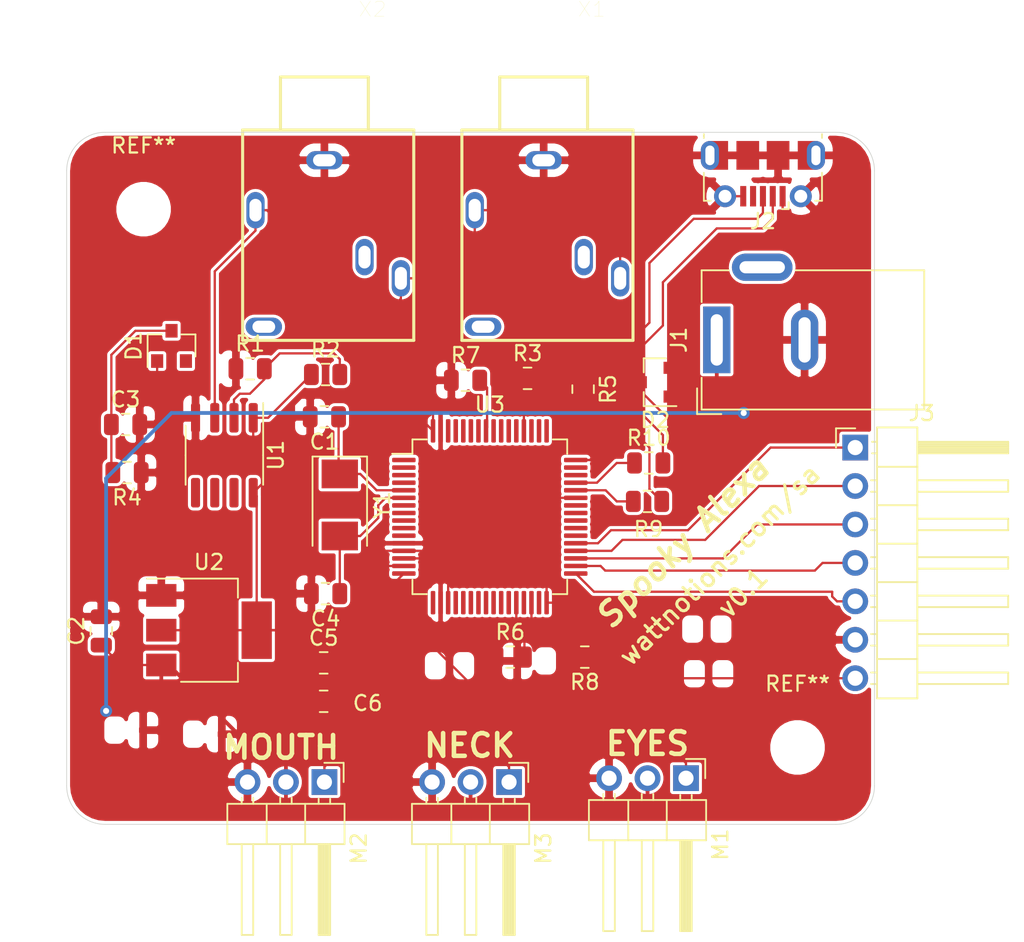
<source format=kicad_pcb>
(kicad_pcb (version 20171130) (host pcbnew "(5.1.5)-3")
  (layers (0 F.Cu signal) (31 B.Cu signal) (34 B.Paste user) (35 F.Paste user) (36 B.SilkS user) (37 F.SilkS user) (38 B.Mask user) (39 F.Mask user) (44 Edge.Cuts user))
  (net 0 "")
  (net 1 GND)
  (net 2 "Net-(C1-Pad1)")
  (net 3 +5V)
  (net 4 /ADC_0)
  (net 5 "Net-(C4-Pad1)")
  (net 6 +3V3)
  (net 7 "Net-(D1-Pad1)")
  (net 8 "Net-(D1-Pad2)")
  (net 9 "Net-(J2-Pad2)")
  (net 10 "Net-(J2-Pad4)")
  (net 11 "Net-(J2-Pad3)")
  (net 12 /EYES_SERVO)
  (net 13 /MOUTH_SERVO)
  (net 14 /NECK_SERVO)
  (net 15 "Net-(R1-Pad2)")
  (net 16 "Net-(R3-Pad2)")
  (net 17 "Net-(R5-Pad2)")
  (net 18 "Net-(R6-Pad2)")
  (net 19 "Net-(R7-Pad2)")
  (net 20 "Net-(R8-Pad2)")
  (net 21 /PA11_DM)
  (net 22 /PA12_DP)
  (net 23 "Net-(U1-Pad3)")
  (net 24 "Net-(U3-Pad1)")
  (net 25 "Net-(U3-Pad2)")
  (net 26 "Net-(U3-Pad3)")
  (net 27 "Net-(U3-Pad4)")
  (net 28 "Net-(U3-Pad7)")
  (net 29 "Net-(U3-Pad8)")
  (net 30 "Net-(U3-Pad9)")
  (net 31 "Net-(U3-Pad10)")
  (net 32 "Net-(U3-Pad11)")
  (net 33 "Net-(U3-Pad17)")
  (net 34 "Net-(U3-Pad20)")
  (net 35 "Net-(U3-Pad21)")
  (net 36 "Net-(U3-Pad22)")
  (net 37 "Net-(U3-Pad23)")
  (net 38 "Net-(U3-Pad24)")
  (net 39 "Net-(U3-Pad25)")
  (net 40 "Net-(U3-Pad26)")
  (net 41 "Net-(U3-Pad27)")
  (net 42 "Net-(U3-Pad29)")
  (net 43 "Net-(U3-Pad31)")
  (net 44 "Net-(U3-Pad46)")
  (net 45 "Net-(U3-Pad47)")
  (net 46 "Net-(U3-Pad49)")
  (net 47 "Net-(U3-Pad50)")
  (net 48 "Net-(U3-Pad51)")
  (net 49 "Net-(U3-Pad53)")
  (net 50 "Net-(U3-Pad54)")
  (net 51 "Net-(U3-Pad55)")
  (net 52 "Net-(U3-Pad56)")
  (net 53 "Net-(U3-Pad58)")
  (net 54 "Net-(U3-Pad59)")
  (net 55 "Net-(U3-Pad60)")
  (net 56 "Net-(U3-Pad61)")
  (net 57 "Net-(U3-Pad62)")
  (net 58 "Net-(X1-Pad4)")
  (net 59 "Net-(X1-Pad5)")
  (net 60 "Net-(X2-Pad5)")
  (net 61 "Net-(X2-Pad4)")
  (net 62 /33_BO)
  (net 63 /34_BO)
  (net 64 /35_BO)
  (net 65 /36_BO)
  (net 66 /37_BO)
  (net 67 /38_BO)
  (net 68 /39_BO)
  (net 69 /40_BO)
  (net 70 /41_BO)
  (net 71 /42_BO)
  (net 72 "Net-(D2-Pad1)")
  (net 73 "Net-(D2-Pad2)")
  (module MountingHole:MountingHole_3.2mm_M3 (layer F.Cu) (at 101.6 73.66)
    (fp_text reference REF** (at 0 -4.2) (layer F.SilkS))
    (fp_text value MountingHole_3.2mm_M3)
    (pad 1 np_thru_hole circle (at 0 0) (size 3.2 3.2) (drill 3.2) (layers *.Cu *.Mask))
  )
  (module MountingHole:MountingHole_3.2mm_M3 (layer F.Cu) (at 144.78 109.22)
    (fp_text reference REF** (at 0 -4.2) (layer F.SilkS))
    (fp_text value MountingHole_3.2mm_M3)
    (pad 1 np_thru_hole circle (at 0 0) (size 3.2 3.2) (drill 3.2) (layers *.Cu *.Mask))
  )
  (module Capacitor_SMD:C_0805_2012Metric (layer F.Cu) (at 113.538 87.376 180)
    (fp_text reference C1 (at 0 -1.65) (layer F.SilkS))
    (fp_text value 18pf)
    (pad 2 smd roundrect (at 0.9375 0 180) (size 0.975 1.4) (layers F.Cu F.Paste F.Mask) (net 1 GND))
    (pad 1 smd roundrect (at -0.9375 0 180) (size 0.975 1.4) (layers F.Cu F.Paste F.Mask) (net 2 "Net-(C1-Pad1)"))
  )
  (module Capacitor_SMD:C_0805_2012Metric (layer F.Cu) (at 98.806 101.5215 90)
    (fp_text reference C2 (at 0 -1.65 90) (layer F.SilkS))
    (fp_text value 10uF)
    (pad 1 smd roundrect (at -0.9375 0 90) (size 0.975 1.4) (layers F.Cu F.Paste F.Mask) (net 3 +5V))
    (pad 2 smd roundrect (at 0.9375 0 90) (size 0.975 1.4) (layers F.Cu F.Paste F.Mask) (net 1 GND))
  )
  (module Capacitor_SMD:C_0805_2012Metric (layer F.Cu) (at 100.4085 87.884)
    (fp_text reference C3 (at 0 -1.65) (layer F.SilkS))
    (fp_text value 47uF)
    (pad 2 smd roundrect (at 0.9375 0) (size 0.975 1.4) (layers F.Cu F.Paste F.Mask) (net 1 GND))
    (pad 1 smd roundrect (at -0.9375 0) (size 0.975 1.4) (layers F.Cu F.Paste F.Mask) (net 4 /ADC_0))
  )
  (module Capacitor_SMD:C_0805_2012Metric (layer F.Cu) (at 113.6165 99.06 180)
    (fp_text reference C4 (at 0 -1.65) (layer F.SilkS))
    (fp_text value 18pf)
    (pad 1 smd roundrect (at -0.9375 0 180) (size 0.975 1.4) (layers F.Cu F.Paste F.Mask) (net 5 "Net-(C4-Pad1)"))
    (pad 2 smd roundrect (at 0.9375 0 180) (size 0.975 1.4) (layers F.Cu F.Paste F.Mask) (net 1 GND))
  )
  (module Capacitor_SMD:C_0805_2012Metric (layer F.Cu) (at 113.4895 103.632)
    (fp_text reference C5 (at 0 -1.65) (layer F.SilkS))
    (fp_text value 4.7uF)
    (pad 2 smd roundrect (at 0.9375 0) (size 0.975 1.4) (layers F.Cu F.Paste F.Mask) (net 1 GND))
    (pad 1 smd roundrect (at -0.9375 0) (size 0.975 1.4) (layers F.Cu F.Paste F.Mask) (net 6 +3V3))
  )
  (module Capacitor_SMD:C_0805_2012Metric (layer F.Cu) (at 113.4895 106.172)
    (fp_text reference C6 (at 2.906 0.127) (layer F.SilkS))
    (fp_text value 100nF)
    (pad 1 smd roundrect (at -0.9375 0) (size 0.975 1.4) (layers F.Cu F.Paste F.Mask) (net 6 +3V3))
    (pad 2 smd roundrect (at 0.9375 0) (size 0.975 1.4) (layers F.Cu F.Paste F.Mask) (net 1 GND))
  )
  (module Package_TO_SOT_SMD:SOT-23 (layer F.Cu) (at 103.444 82.693 90)
    (fp_text reference D1 (at 0 -2.5 90) (layer F.SilkS))
    (fp_text value BAR43FILM)
    (pad 1 smd rect (at -1 -0.95 90) (size 0.9 0.8) (layers F.Cu F.Paste F.Mask) (net 7 "Net-(D1-Pad1)"))
    (pad 2 smd rect (at -1 0.95 90) (size 0.9 0.8) (layers F.Cu F.Paste F.Mask) (net 8 "Net-(D1-Pad2)"))
    (pad 3 smd rect (at 1 0 90) (size 0.9 0.8) (layers F.Cu F.Paste F.Mask) (net 4 /ADC_0))
  )
  (module Connector_BarrelJack:BarrelJack_Wuerth_6941xx301002 (layer F.Cu) (at 139.446 82.296 90)
    (fp_text reference J1 (at 0 -2.5 90) (layer F.SilkS))
    (fp_text value Jack-DC)
    (pad 3 thru_hole oval (at 4.8 3 180) (size 4 1.8) (drill oval 3 0.8) (layers *.Cu *.Mask))
    (pad 2 thru_hole oval (at 0 5.8 90) (size 4 1.8) (drill oval 3 0.8) (layers *.Cu *.Mask) (net 1 GND))
    (pad 1 thru_hole rect (at 0 0 90) (size 4.4 1.8) (drill oval 3.4 0.8) (layers *.Cu *.Mask) (net 3 +5V))
  )
  (module Connector_USB:USB_Micro-B_Molex-105017-0001 (layer F.Cu) (at 142.494 71.3415 180)
    (fp_text reference J2 (at 0 -3.1125) (layer F.SilkS))
    (fp_text value USB_B_Micro)
    (pad 6 smd rect (at 1 1.2375 180) (size 1.5 1.9) (layers F.Cu F.Paste F.Mask) (net 1 GND))
    (pad 6 thru_hole circle (at -2.5 -1.4625 180) (size 1.45 1.45) (drill 0.85) (layers *.Cu *.Mask) (net 1 GND))
    (pad 2 smd rect (at -0.65 -1.4625 180) (size 0.4 1.35) (layers F.Cu F.Paste F.Mask) (net 9 "Net-(J2-Pad2)"))
    (pad 1 smd rect (at -1.3 -1.4625 180) (size 0.4 1.35) (layers F.Cu F.Paste F.Mask) (net 72 "Net-(D2-Pad1)"))
    (pad 5 smd rect (at 1.3 -1.4625 180) (size 0.4 1.35) (layers F.Cu F.Paste F.Mask) (net 1 GND))
    (pad 4 smd rect (at 0.65 -1.4625 180) (size 0.4 1.35) (layers F.Cu F.Paste F.Mask) (net 10 "Net-(J2-Pad4)"))
    (pad 3 smd rect (at 0 -1.4625 180) (size 0.4 1.35) (layers F.Cu F.Paste F.Mask) (net 11 "Net-(J2-Pad3)"))
    (pad 6 thru_hole circle (at 2.5 -1.4625 180) (size 1.45 1.45) (drill 0.85) (layers *.Cu *.Mask) (net 1 GND))
    (pad 6 smd rect (at -1 1.2375 180) (size 1.5 1.9) (layers F.Cu F.Paste F.Mask) (net 1 GND))
    (pad 6 thru_hole oval (at -3.5 1.2375) (size 1.2 1.9) (drill oval 0.6 1.3) (layers *.Cu *.Mask) (net 1 GND))
    (pad 6 thru_hole oval (at 3.5 1.2375 180) (size 1.2 1.9) (drill oval 0.6 1.3) (layers *.Cu *.Mask) (net 1 GND))
    (pad 6 smd rect (at 2.9 1.2375 180) (size 1.2 1.9) (layers F.Cu F.Mask) (net 1 GND))
    (pad 6 smd rect (at -2.9 1.2375 180) (size 1.2 1.9) (layers F.Cu F.Mask) (net 1 GND))
  )
  (module Connector_PinHeader_2.54mm:PinHeader_1x03_P2.54mm_Horizontal (layer F.Cu) (at 137.414 111.252 270)
    (fp_text reference M1 (at 4.385 -2.27 90) (layer F.SilkS))
    (fp_text value Motor_Servo)
    (pad 1 thru_hole rect (at 0 0 270) (size 1.7 1.7) (drill 1) (layers *.Cu *.Mask) (net 12 /EYES_SERVO))
    (pad 2 thru_hole oval (at 0 2.54 270) (size 1.7 1.7) (drill 1) (layers *.Cu *.Mask) (net 3 +5V))
    (pad 3 thru_hole oval (at 0 5.08 270) (size 1.7 1.7) (drill 1) (layers *.Cu *.Mask) (net 1 GND))
  )
  (module Connector_PinHeader_2.54mm:PinHeader_1x03_P2.54mm_Horizontal (layer F.Cu) (at 113.538 111.506 270)
    (fp_text reference M2 (at 4.385 -2.27 90) (layer F.SilkS))
    (fp_text value Motor_Servo)
    (pad 1 thru_hole rect (at 0 0 270) (size 1.7 1.7) (drill 1) (layers *.Cu *.Mask) (net 13 /MOUTH_SERVO))
    (pad 2 thru_hole oval (at 0 2.54 270) (size 1.7 1.7) (drill 1) (layers *.Cu *.Mask) (net 3 +5V))
    (pad 3 thru_hole oval (at 0 5.08 270) (size 1.7 1.7) (drill 1) (layers *.Cu *.Mask) (net 1 GND))
  )
  (module Connector_PinHeader_2.54mm:PinHeader_1x03_P2.54mm_Horizontal (layer F.Cu) (at 125.73 111.506 270)
    (fp_text reference M3 (at 4.385 -2.27 90) (layer F.SilkS))
    (fp_text value Motor_Servo)
    (pad 3 thru_hole oval (at 0 5.08 270) (size 1.7 1.7) (drill 1) (layers *.Cu *.Mask) (net 1 GND))
    (pad 2 thru_hole oval (at 0 2.54 270) (size 1.7 1.7) (drill 1) (layers *.Cu *.Mask) (net 3 +5V))
    (pad 1 thru_hole rect (at 0 0 270) (size 1.7 1.7) (drill 1) (layers *.Cu *.Mask) (net 14 /NECK_SERVO))
  )
  (module Resistor_SMD:R_0805_2012Metric (layer F.Cu) (at 108.6335 84.201)
    (fp_text reference R1 (at 0 -1.65) (layer F.SilkS))
    (fp_text value 5k)
    (pad 2 smd roundrect (at 0.9375 0) (size 0.975 1.4) (layers F.Cu F.Paste F.Mask) (net 15 "Net-(R1-Pad2)"))
    (pad 1 smd roundrect (at -0.9375 0) (size 0.975 1.4) (layers F.Cu F.Paste F.Mask) (net 1 GND))
  )
  (module Resistor_SMD:R_0805_2012Metric (layer F.Cu) (at 113.6165 84.582)
    (fp_text reference R2 (at 0 -1.65) (layer F.SilkS))
    (fp_text value 25k)
    (pad 1 smd roundrect (at -0.9375 0) (size 0.975 1.4) (layers F.Cu F.Paste F.Mask) (net 7 "Net-(D1-Pad1)"))
    (pad 2 smd roundrect (at 0.9375 0) (size 0.975 1.4) (layers F.Cu F.Paste F.Mask) (net 15 "Net-(R1-Pad2)"))
  )
  (module Resistor_SMD:R_0805_2012Metric (layer F.Cu) (at 126.9515 84.836)
    (fp_text reference R3 (at 0 -1.65) (layer F.SilkS))
    (fp_text value 100k)
    (pad 1 smd roundrect (at -0.9375 0) (size 0.975 1.4) (layers F.Cu F.Paste F.Mask) (net 6 +3V3))
    (pad 2 smd roundrect (at 0.9375 0) (size 0.975 1.4) (layers F.Cu F.Paste F.Mask) (net 16 "Net-(R3-Pad2)"))
  )
  (module Resistor_SMD:R_0805_2012Metric (layer F.Cu) (at 100.5055 91.059 180)
    (fp_text reference R4 (at 0 -1.65) (layer F.SilkS))
    (fp_text value 3k)
    (pad 1 smd roundrect (at -0.9375 0 180) (size 0.975 1.4) (layers F.Cu F.Paste F.Mask) (net 1 GND))
    (pad 2 smd roundrect (at 0.9375 0 180) (size 0.975 1.4) (layers F.Cu F.Paste F.Mask) (net 4 /ADC_0))
  )
  (module Resistor_SMD:R_0805_2012Metric (layer F.Cu) (at 130.6195 85.5495 270)
    (fp_text reference R5 (at 0 -1.65 90) (layer F.SilkS))
    (fp_text value 100k)
    (pad 1 smd roundrect (at -0.9375 0 270) (size 0.975 1.4) (layers F.Cu F.Paste F.Mask) (net 6 +3V3))
    (pad 2 smd roundrect (at 0.9375 0 270) (size 0.975 1.4) (layers F.Cu F.Paste F.Mask) (net 17 "Net-(R5-Pad2)"))
  )
  (module Resistor_SMD:R_0805_2012Metric (layer F.Cu) (at 125.8085 103.251)
    (fp_text reference R6 (at 0 -1.65) (layer F.SilkS))
    (fp_text value 100k)
    (pad 2 smd roundrect (at 0.9375 0) (size 0.975 1.4) (layers F.Cu F.Paste F.Mask) (net 18 "Net-(R6-Pad2)"))
    (pad 1 smd roundrect (at -0.9375 0) (size 0.975 1.4) (layers F.Cu F.Paste F.Mask) (net 1 GND))
  )
  (module Resistor_SMD:R_0805_2012Metric (layer F.Cu) (at 122.8575 84.963)
    (fp_text reference R7 (at 0 -1.65) (layer F.SilkS))
    (fp_text value 100k)
    (pad 2 smd roundrect (at 0.9375 0) (size 0.975 1.4) (layers F.Cu F.Paste F.Mask) (net 19 "Net-(R7-Pad2)"))
    (pad 1 smd roundrect (at -0.9375 0) (size 0.975 1.4) (layers F.Cu F.Paste F.Mask) (net 1 GND))
  )
  (module Resistor_SMD:R_0805_2012Metric (layer F.Cu) (at 130.7315 103.251 180)
    (fp_text reference R8 (at 0 -1.65) (layer F.SilkS))
    (fp_text value 100k)
    (pad 2 smd roundrect (at 0.9375 0 180) (size 0.975 1.4) (layers F.Cu F.Paste F.Mask) (net 20 "Net-(R8-Pad2)"))
    (pad 1 smd roundrect (at -0.9375 0 180) (size 0.975 1.4) (layers F.Cu F.Paste F.Mask) (net 6 +3V3))
  )
  (module Resistor_SMD:R_0805_2012Metric (layer F.Cu) (at 134.874 92.964)
    (fp_text reference R9 (at 0.0635 1.8415) (layer F.SilkS))
    (fp_text value R_Small)
    (pad 2 smd roundrect (at 0.9375 0) (size 0.975 1.4) (layers F.Cu F.Paste F.Mask) (net 11 "Net-(J2-Pad3)"))
    (pad 1 smd roundrect (at -0.9375 0) (size 0.975 1.4) (layers F.Cu F.Paste F.Mask) (net 21 /PA11_DM))
  )
  (module Resistor_SMD:R_0805_2012Metric (layer F.Cu) (at 134.9525 90.424)
    (fp_text reference R10 (at 0 -1.65) (layer F.SilkS))
    (fp_text value R_Small)
    (pad 1 smd roundrect (at -0.9375 0) (size 0.975 1.4) (layers F.Cu F.Paste F.Mask) (net 22 /PA12_DP))
    (pad 2 smd roundrect (at 0.9375 0) (size 0.975 1.4) (layers F.Cu F.Paste F.Mask) (net 9 "Net-(J2-Pad2)"))
  )
  (module Package_SO:SOIC-8_3.9x4.9mm_P1.27mm (layer F.Cu) (at 106.934 89.916 270)
    (fp_text reference U1 (at 0 -3.4 90) (layer F.SilkS))
    (fp_text value TLV2372)
    (pad 1 smd roundrect (at -2.475 -1.905 270) (size 1.95 0.6) (layers F.Cu F.Paste F.Mask) (net 7 "Net-(D1-Pad1)"))
    (pad 2 smd roundrect (at -2.475 -0.635 270) (size 1.95 0.6) (layers F.Cu F.Paste F.Mask) (net 15 "Net-(R1-Pad2)"))
    (pad 3 smd roundrect (at -2.475 0.635 270) (size 1.95 0.6) (layers F.Cu F.Paste F.Mask) (net 23 "Net-(U1-Pad3)"))
    (pad 4 smd roundrect (at -2.475 1.905 270) (size 1.95 0.6) (layers F.Cu F.Paste F.Mask) (net 1 GND))
    (pad 5 smd roundrect (at 2.475 1.905 270) (size 1.95 0.6) (layers F.Cu F.Paste F.Mask))
    (pad 6 smd roundrect (at 2.475 0.635 270) (size 1.95 0.6) (layers F.Cu F.Paste F.Mask))
    (pad 7 smd roundrect (at 2.475 -0.635 270) (size 1.95 0.6) (layers F.Cu F.Paste F.Mask))
    (pad 8 smd roundrect (at 2.475 -1.905 270) (size 1.95 0.6) (layers F.Cu F.Paste F.Mask) (net 6 +3V3))
  )
  (module Package_TO_SOT_SMD:SOT-223-3_TabPin2 (layer F.Cu) (at 105.918 101.473)
    (fp_text reference U2 (at 0 -4.5) (layer F.SilkS))
    (fp_text value LM1117-3.3)
    (pad 2 smd rect (at 3.15 0) (size 2 3.8) (layers F.Cu F.Paste F.Mask) (net 6 +3V3))
    (pad 2 smd rect (at -3.15 0) (size 2 1.5) (layers F.Cu F.Paste F.Mask) (net 6 +3V3))
    (pad 3 smd rect (at -3.15 2.3) (size 2 1.5) (layers F.Cu F.Paste F.Mask) (net 3 +5V))
    (pad 1 smd rect (at -3.15 -2.3) (size 2 1.5) (layers F.Cu F.Paste F.Mask) (net 1 GND))
  )
  (module Package_QFP:LQFP-64_10x10mm_P0.5mm (layer F.Cu) (at 124.46 93.98)
    (fp_text reference U3 (at 0 -7.4) (layer F.SilkS))
    (fp_text value STM32F405RGTx)
    (pad 1 smd roundrect (at -5.675 -3.75) (size 1.55 0.3) (layers F.Cu F.Paste F.Mask) (net 24 "Net-(U3-Pad1)"))
    (pad 2 smd roundrect (at -5.675 -3.25) (size 1.55 0.3) (layers F.Cu F.Paste F.Mask) (net 25 "Net-(U3-Pad2)"))
    (pad 3 smd roundrect (at -5.675 -2.75) (size 1.55 0.3) (layers F.Cu F.Paste F.Mask) (net 26 "Net-(U3-Pad3)"))
    (pad 4 smd roundrect (at -5.675 -2.25) (size 1.55 0.3) (layers F.Cu F.Paste F.Mask) (net 27 "Net-(U3-Pad4)"))
    (pad 5 smd roundrect (at -5.675 -1.75) (size 1.55 0.3) (layers F.Cu F.Paste F.Mask) (net 2 "Net-(C1-Pad1)"))
    (pad 6 smd roundrect (at -5.675 -1.25) (size 1.55 0.3) (layers F.Cu F.Paste F.Mask) (net 5 "Net-(C4-Pad1)"))
    (pad 7 smd roundrect (at -5.675 -0.75) (size 1.55 0.3) (layers F.Cu F.Paste F.Mask) (net 28 "Net-(U3-Pad7)"))
    (pad 8 smd roundrect (at -5.675 -0.25) (size 1.55 0.3) (layers F.Cu F.Paste F.Mask) (net 29 "Net-(U3-Pad8)"))
    (pad 9 smd roundrect (at -5.675 0.25) (size 1.55 0.3) (layers F.Cu F.Paste F.Mask) (net 30 "Net-(U3-Pad9)"))
    (pad 10 smd roundrect (at -5.675 0.75) (size 1.55 0.3) (layers F.Cu F.Paste F.Mask) (net 31 "Net-(U3-Pad10)"))
    (pad 11 smd roundrect (at -5.675 1.25) (size 1.55 0.3) (layers F.Cu F.Paste F.Mask) (net 32 "Net-(U3-Pad11)"))
    (pad 12 smd roundrect (at -5.675 1.75) (size 1.55 0.3) (layers F.Cu F.Paste F.Mask) (net 1 GND))
    (pad 13 smd roundrect (at -5.675 2.25) (size 1.55 0.3) (layers F.Cu F.Paste F.Mask) (net 6 +3V3))
    (pad 14 smd roundrect (at -5.675 2.75) (size 1.55 0.3) (layers F.Cu F.Paste F.Mask) (net 12 /EYES_SERVO))
    (pad 15 smd roundrect (at -5.675 3.25) (size 1.55 0.3) (layers F.Cu F.Paste F.Mask) (net 13 /MOUTH_SERVO))
    (pad 16 smd roundrect (at -5.675 3.75) (size 1.55 0.3) (layers F.Cu F.Paste F.Mask) (net 14 /NECK_SERVO))
    (pad 17 smd roundrect (at -3.75 5.675) (size 0.3 1.55) (layers F.Cu F.Paste F.Mask) (net 33 "Net-(U3-Pad17)"))
    (pad 18 smd roundrect (at -3.25 5.675) (size 0.3 1.55) (layers F.Cu F.Paste F.Mask) (net 1 GND))
    (pad 19 smd roundrect (at -2.75 5.675) (size 0.3 1.55) (layers F.Cu F.Paste F.Mask) (net 6 +3V3))
    (pad 20 smd roundrect (at -2.25 5.675) (size 0.3 1.55) (layers F.Cu F.Paste F.Mask) (net 34 "Net-(U3-Pad20)"))
    (pad 21 smd roundrect (at -1.75 5.675) (size 0.3 1.55) (layers F.Cu F.Paste F.Mask) (net 35 "Net-(U3-Pad21)"))
    (pad 22 smd roundrect (at -1.25 5.675) (size 0.3 1.55) (layers F.Cu F.Paste F.Mask) (net 36 "Net-(U3-Pad22)"))
    (pad 23 smd roundrect (at -0.75 5.675) (size 0.3 1.55) (layers F.Cu F.Paste F.Mask) (net 37 "Net-(U3-Pad23)"))
    (pad 24 smd roundrect (at -0.25 5.675) (size 0.3 1.55) (layers F.Cu F.Paste F.Mask) (net 38 "Net-(U3-Pad24)"))
    (pad 25 smd roundrect (at 0.25 5.675) (size 0.3 1.55) (layers F.Cu F.Paste F.Mask) (net 39 "Net-(U3-Pad25)"))
    (pad 26 smd roundrect (at 0.75 5.675) (size 0.3 1.55) (layers F.Cu F.Paste F.Mask) (net 40 "Net-(U3-Pad26)"))
    (pad 27 smd roundrect (at 1.25 5.675) (size 0.3 1.55) (layers F.Cu F.Paste F.Mask) (net 41 "Net-(U3-Pad27)"))
    (pad 28 smd roundrect (at 1.75 5.675) (size 0.3 1.55) (layers F.Cu F.Paste F.Mask) (net 18 "Net-(R6-Pad2)"))
    (pad 29 smd roundrect (at 2.25 5.675) (size 0.3 1.55) (layers F.Cu F.Paste F.Mask) (net 42 "Net-(U3-Pad29)"))
    (pad 30 smd roundrect (at 2.75 5.675) (size 0.3 1.55) (layers F.Cu F.Paste F.Mask) (net 20 "Net-(R8-Pad2)"))
    (pad 31 smd roundrect (at 3.25 5.675) (size 0.3 1.55) (layers F.Cu F.Paste F.Mask) (net 43 "Net-(U3-Pad31)"))
    (pad 32 smd roundrect (at 3.75 5.675) (size 0.3 1.55) (layers F.Cu F.Paste F.Mask) (net 6 +3V3))
    (pad 33 smd roundrect (at 5.675 3.75) (size 1.55 0.3) (layers F.Cu F.Paste F.Mask) (net 62 /33_BO))
    (pad 34 smd roundrect (at 5.675 3.25) (size 1.55 0.3) (layers F.Cu F.Paste F.Mask) (net 63 /34_BO))
    (pad 35 smd roundrect (at 5.675 2.75) (size 1.55 0.3) (layers F.Cu F.Paste F.Mask) (net 64 /35_BO))
    (pad 36 smd roundrect (at 5.675 2.25) (size 1.55 0.3) (layers F.Cu F.Paste F.Mask) (net 65 /36_BO))
    (pad 37 smd roundrect (at 5.675 1.75) (size 1.55 0.3) (layers F.Cu F.Paste F.Mask) (net 66 /37_BO))
    (pad 38 smd roundrect (at 5.675 1.25) (size 1.55 0.3) (layers F.Cu F.Paste F.Mask) (net 67 /38_BO))
    (pad 39 smd roundrect (at 5.675 0.75) (size 1.55 0.3) (layers F.Cu F.Paste F.Mask) (net 68 /39_BO))
    (pad 40 smd roundrect (at 5.675 0.25) (size 1.55 0.3) (layers F.Cu F.Paste F.Mask) (net 69 /40_BO))
    (pad 41 smd roundrect (at 5.675 -0.25) (size 1.55 0.3) (layers F.Cu F.Paste F.Mask) (net 70 /41_BO))
    (pad 42 smd roundrect (at 5.675 -0.75) (size 1.55 0.3) (layers F.Cu F.Paste F.Mask) (net 71 /42_BO))
    (pad 43 smd roundrect (at 5.675 -1.25) (size 1.55 0.3) (layers F.Cu F.Paste F.Mask) (net 17 "Net-(R5-Pad2)"))
    (pad 44 smd roundrect (at 5.675 -1.75) (size 1.55 0.3) (layers F.Cu F.Paste F.Mask) (net 21 /PA11_DM))
    (pad 45 smd roundrect (at 5.675 -2.25) (size 1.55 0.3) (layers F.Cu F.Paste F.Mask) (net 22 /PA12_DP))
    (pad 46 smd roundrect (at 5.675 -2.75) (size 1.55 0.3) (layers F.Cu F.Paste F.Mask) (net 44 "Net-(U3-Pad46)"))
    (pad 47 smd roundrect (at 5.675 -3.25) (size 1.55 0.3) (layers F.Cu F.Paste F.Mask) (net 45 "Net-(U3-Pad47)"))
    (pad 48 smd roundrect (at 5.675 -3.75) (size 1.55 0.3) (layers F.Cu F.Paste F.Mask) (net 6 +3V3))
    (pad 49 smd roundrect (at 3.75 -5.675) (size 0.3 1.55) (layers F.Cu F.Paste F.Mask) (net 46 "Net-(U3-Pad49)"))
    (pad 50 smd roundrect (at 3.25 -5.675) (size 0.3 1.55) (layers F.Cu F.Paste F.Mask) (net 47 "Net-(U3-Pad50)"))
    (pad 51 smd roundrect (at 2.75 -5.675) (size 0.3 1.55) (layers F.Cu F.Paste F.Mask) (net 48 "Net-(U3-Pad51)"))
    (pad 52 smd roundrect (at 2.25 -5.675) (size 0.3 1.55) (layers F.Cu F.Paste F.Mask) (net 16 "Net-(R3-Pad2)"))
    (pad 53 smd roundrect (at 1.75 -5.675) (size 0.3 1.55) (layers F.Cu F.Paste F.Mask) (net 49 "Net-(U3-Pad53)"))
    (pad 54 smd roundrect (at 1.25 -5.675) (size 0.3 1.55) (layers F.Cu F.Paste F.Mask) (net 50 "Net-(U3-Pad54)"))
    (pad 55 smd roundrect (at 0.75 -5.675) (size 0.3 1.55) (layers F.Cu F.Paste F.Mask) (net 51 "Net-(U3-Pad55)"))
    (pad 56 smd roundrect (at 0.25 -5.675) (size 0.3 1.55) (layers F.Cu F.Paste F.Mask) (net 52 "Net-(U3-Pad56)"))
    (pad 57 smd roundrect (at -0.25 -5.675) (size 0.3 1.55) (layers F.Cu F.Paste F.Mask) (net 19 "Net-(R7-Pad2)"))
    (pad 58 smd roundrect (at -0.75 -5.675) (size 0.3 1.55) (layers F.Cu F.Paste F.Mask) (net 53 "Net-(U3-Pad58)"))
    (pad 59 smd roundrect (at -1.25 -5.675) (size 0.3 1.55) (layers F.Cu F.Paste F.Mask) (net 54 "Net-(U3-Pad59)"))
    (pad 60 smd roundrect (at -1.75 -5.675) (size 0.3 1.55) (layers F.Cu F.Paste F.Mask) (net 55 "Net-(U3-Pad60)"))
    (pad 61 smd roundrect (at -2.25 -5.675) (size 0.3 1.55) (layers F.Cu F.Paste F.Mask) (net 56 "Net-(U3-Pad61)"))
    (pad 62 smd roundrect (at -2.75 -5.675) (size 0.3 1.55) (layers F.Cu F.Paste F.Mask) (net 57 "Net-(U3-Pad62)"))
    (pad 63 smd roundrect (at -3.25 -5.675) (size 0.3 1.55) (layers F.Cu F.Paste F.Mask) (net 1 GND))
    (pad 64 smd roundrect (at -3.75 -5.675) (size 0.3 1.55) (layers F.Cu F.Paste F.Mask) (net 6 +3V3))
  )
  (module kicad_footprints:1503_09 (layer F.Cu) (at 128.016 68.326)
    (fp_text reference X1 (at 3.175 -7.875) (layer F.SilkS) (effects (font (thickness 0.015))))
    (fp_text value 1503_09)
    (pad 1 thru_hole oval (at 0 2.1) (size 2.4 1.2) (drill oval 1.5 0.8) (layers *.Cu *.Mask) (net 1 GND))
    (pad 2 thru_hole oval (at -4.55 5.4) (size 1.2 2.4) (drill oval 0.8 1.5) (layers *.Cu *.Mask) (net 23 "Net-(U1-Pad3)"))
    (pad 3 thru_hole oval (at 5.05 9.9) (size 1.2 2.4) (drill oval 0.8 1.5) (layers *.Cu *.Mask) (net 23 "Net-(U1-Pad3)"))
    (pad 4 thru_hole oval (at -4 13.1) (size 2.4 1.2) (drill oval 1.5 0.8) (layers *.Cu *.Mask) (net 58 "Net-(X1-Pad4)"))
    (pad 5 thru_hole oval (at 2.65 8.5) (size 1.2 2.4) (drill oval 0.8 1.5) (layers *.Cu *.Mask) (net 59 "Net-(X1-Pad5)"))
  )
  (module kicad_footprints:1503_09 (layer F.Cu) (at 113.538 68.326)
    (fp_text reference X2 (at 3.175 -7.875) (layer F.SilkS) (effects (font (thickness 0.015))))
    (fp_text value 1503_09)
    (pad 5 thru_hole oval (at 2.65 8.5) (size 1.2 2.4) (drill oval 0.8 1.5) (layers *.Cu *.Mask) (net 60 "Net-(X2-Pad5)"))
    (pad 4 thru_hole oval (at -4 13.1) (size 2.4 1.2) (drill oval 1.5 0.8) (layers *.Cu *.Mask) (net 61 "Net-(X2-Pad4)"))
    (pad 3 thru_hole oval (at 5.05 9.9) (size 1.2 2.4) (drill oval 0.8 1.5) (layers *.Cu *.Mask) (net 23 "Net-(U1-Pad3)"))
    (pad 2 thru_hole oval (at -4.55 5.4) (size 1.2 2.4) (drill oval 0.8 1.5) (layers *.Cu *.Mask) (net 23 "Net-(U1-Pad3)"))
    (pad 1 thru_hole oval (at 0 2.1) (size 2.4 1.2) (drill oval 1.5 0.8) (layers *.Cu *.Mask) (net 1 GND))
  )
  (module Crystal:Crystal_SMD_Abracon_ABM3-2Pin_5.0x3.2mm (layer F.Cu) (at 114.554 93.2 270)
    (fp_text reference Y1 (at 0 -2.8 90) (layer F.SilkS))
    (fp_text value 12Mhz)
    (pad 1 smd rect (at -2.05 0 270) (size 1.9 2.4) (layers F.Cu F.Paste F.Mask) (net 2 "Net-(C1-Pad1)"))
    (pad 2 smd rect (at 2.05 0 270) (size 1.9 2.4) (layers F.Cu F.Paste F.Mask) (net 5 "Net-(C4-Pad1)"))
  )
  (module Connector_PinHeader_2.54mm:PinHeader_1x07_P2.54mm_Horizontal (layer F.Cu) (at 148.59 89.408)
    (fp_text reference J3 (at 4.385 -2.27) (layer F.SilkS))
    (fp_text value Conn_01x07_Male)
    (pad 1 thru_hole rect (at 0 0) (size 1.7 1.7) (drill 1) (layers *.Cu *.Mask) (net 66 /37_BO))
    (pad 2 thru_hole oval (at 0 2.54) (size 1.7 1.7) (drill 1) (layers *.Cu *.Mask) (net 65 /36_BO))
    (pad 3 thru_hole oval (at 0 5.08) (size 1.7 1.7) (drill 1) (layers *.Cu *.Mask) (net 64 /35_BO))
    (pad 4 thru_hole oval (at 0 7.62) (size 1.7 1.7) (drill 1) (layers *.Cu *.Mask) (net 63 /34_BO))
    (pad 5 thru_hole oval (at 0 10.16) (size 1.7 1.7) (drill 1) (layers *.Cu *.Mask) (net 62 /33_BO))
    (pad 6 thru_hole oval (at 0 12.7) (size 1.7 1.7) (drill 1) (layers *.Cu *.Mask) (net 1 GND))
    (pad 7 thru_hole oval (at 0 15.24) (size 1.7 1.7) (drill 1) (layers *.Cu *.Mask) (net 6 +3V3))
  )
  (module Package_TO_SOT_SMD:SOT-23 (layer F.Cu) (at 135.382 85.09 180)
    (fp_text reference D2 (at 0 -2.5) (layer F.SilkS))
    (fp_text value BAR43FILM)
    (pad 1 smd rect (at -1 -0.95 180) (size 0.9 0.8) (layers F.Cu F.Paste F.Mask) (net 72 "Net-(D2-Pad1)"))
    (pad 2 smd rect (at -1 0.95 180) (size 0.9 0.8) (layers F.Cu F.Paste F.Mask) (net 73 "Net-(D2-Pad2)"))
    (pad 3 smd rect (at 1 0 180) (size 0.9 0.8) (layers F.Cu F.Paste F.Mask) (net 3 +5V))
  )
  (gr_text v0.1 (at 141.1605 98.9965 45) (layer F.SilkS) (effects (font (size 1.2 1.2) (thickness 0.2))))
  (gr_text wattnotions.com/sa (at 139.6365 97.155 45) (layer F.SilkS) (effects (font (size 1.2 1.2) (thickness 0.2))))
  (gr_text "Spooky Alexa" (at 137.2235 95.631 45) (layer F.SilkS) (effects (font (size 1.5 1.5) (thickness 0.3) italic)))
  (gr_text EYES (at 134.874 108.966) (layer F.SilkS) (effects (font (size 1.5 1.5) (thickness 0.3))))
  (gr_text NECK (at 123.1265 109.093) (layer F.SilkS) (effects (font (size 1.5 1.5) (thickness 0.3))))
  (gr_text MOUTH (at 110.6805 109.22) (layer F.SilkS) (effects (font (size 1.5 1.5) (thickness 0.3))))
  (gr_line (start 99.06 68.58) (end 147.32 68.58) (layer Edge.Cuts) (width 0.05))
  (gr_line (start 96.52 111.76) (end 96.52 71.12) (layer Edge.Cuts) (width 0.05))
  (gr_line (start 147.32 114.3) (end 99.06 114.3) (layer Edge.Cuts) (width 0.05))
  (gr_line (start 149.86 71.12) (end 149.86 111.76) (layer Edge.Cuts) (width 0.05))
  (gr_arc (start 99.06 71.12) (end 99.06 68.58) (angle -90) (layer Edge.Cuts) (width 0.05))
  (gr_arc (start 99.06 111.76) (end 96.52 111.76) (angle -90) (layer Edge.Cuts) (width 0.05))
  (gr_arc (start 147.32 111.76) (end 147.32 114.3) (angle -90) (layer Edge.Cuts) (width 0.05))
  (gr_arc (start 147.32 71.12) (end 149.86 71.12) (angle -90) (layer Edge.Cuts) (width 0.05))
  (segment (start 141.194 72.804) (end 139.994 72.804) (width 0.15) (layer F.Cu) (net 1))
  (segment (start 118.01 92.23) (end 118.785 92.23) (width 0.15) (layer F.Cu) (net 2))
  (segment (start 115.904 91.15) (end 116.984 92.23) (width 0.15) (layer F.Cu) (net 2))
  (segment (start 116.984 92.23) (end 118.01 92.23) (width 0.15) (layer F.Cu) (net 2))
  (segment (start 114.554 91.15) (end 115.904 91.15) (width 0.15) (layer F.Cu) (net 2))
  (segment (start 114.4755 91.0715) (end 114.554 91.15) (width 0.15) (layer F.Cu) (net 2))
  (segment (start 114.4755 87.376) (end 114.4755 91.0715) (width 0.15) (layer F.Cu) (net 2))
  (segment (start 100.12 103.773) (end 102.768 103.773) (width 0.15) (layer F.Cu) (net 3))
  (segment (start 98.806 102.459) (end 100.12 103.773) (width 0.15) (layer F.Cu) (net 3))
  (via (at 141.224 87.122) (size 0.8) (drill 0.4) (layers F.Cu B.Cu) (net 3))
  (segment (start 139.446 82.296) (end 139.446 85.344) (width 0.25) (layer F.Cu) (net 3))
  (segment (start 139.446 85.344) (end 141.224 87.122) (width 0.25) (layer F.Cu) (net 3))
  (segment (start 134.382 85.64) (end 137.007 88.265) (width 0.15) (layer F.Cu) (net 3))
  (segment (start 134.382 85.09) (end 134.382 85.64) (width 0.15) (layer F.Cu) (net 3))
  (segment (start 137.007 88.265) (end 138.938 88.265) (width 0.15) (layer F.Cu) (net 3))
  (segment (start 139.446 87.757) (end 139.446 82.296) (width 0.15) (layer F.Cu) (net 3))
  (segment (start 138.938 88.265) (end 139.446 87.757) (width 0.15) (layer F.Cu) (net 3))
  (segment (start 141.224 87.122) (end 103.4415 87.122) (width 0.25) (layer B.Cu) (net 3))
  (via (at 99.1235 106.807) (size 0.8) (drill 0.4) (layers F.Cu B.Cu) (net 3))
  (segment (start 103.4415 87.122) (end 99.1235 91.44) (width 0.25) (layer B.Cu) (net 3))
  (segment (start 99.1235 91.44) (end 99.1235 106.807) (width 0.25) (layer B.Cu) (net 3))
  (segment (start 100.734 106.807) (end 102.768 104.773) (width 0.25) (layer F.Cu) (net 3))
  (segment (start 102.768 104.773) (end 102.768 103.773) (width 0.25) (layer F.Cu) (net 3))
  (segment (start 99.1235 106.807) (end 100.734 106.807) (width 0.25) (layer F.Cu) (net 3))
  (segment (start 110.998 110.753) (end 110.998 111.506) (width 0.25) (layer F.Cu) (net 3))
  (segment (start 110.998 110.2995) (end 110.998 111.506) (width 0.25) (layer F.Cu) (net 3))
  (segment (start 102.768 103.773) (end 103.265 103.773) (width 0.25) (layer F.Cu) (net 3))
  (segment (start 110.744 110.0455) (end 110.998 110.2995) (width 0.25) (layer F.Cu) (net 3))
  (segment (start 109.5375 110.0455) (end 110.744 110.0455) (width 0.25) (layer F.Cu) (net 3))
  (segment (start 103.265 103.773) (end 109.5375 110.0455) (width 0.25) (layer F.Cu) (net 3))
  (segment (start 110.998 112.708081) (end 111.573919 113.284) (width 0.25) (layer F.Cu) (net 3))
  (segment (start 110.998 111.506) (end 110.998 112.708081) (width 0.25) (layer F.Cu) (net 3))
  (segment (start 123.19 112.9665) (end 123.19 111.506) (width 0.25) (layer F.Cu) (net 3))
  (segment (start 122.8725 113.284) (end 123.19 112.9665) (width 0.25) (layer F.Cu) (net 3))
  (segment (start 122.555 113.284) (end 134.5565 113.284) (width 0.25) (layer F.Cu) (net 3))
  (segment (start 122.555 113.284) (end 122.8725 113.284) (width 0.25) (layer F.Cu) (net 3))
  (segment (start 111.573919 113.284) (end 122.555 113.284) (width 0.25) (layer F.Cu) (net 3))
  (segment (start 134.874 112.9665) (end 134.874 111.252) (width 0.25) (layer F.Cu) (net 3))
  (segment (start 134.5565 113.284) (end 134.874 112.9665) (width 0.25) (layer F.Cu) (net 3))
  (segment (start 103.444 81.693) (end 101.06 81.693) (width 0.15) (layer F.Cu) (net 4))
  (segment (start 99.471 83.282) (end 99.471 87.884) (width 0.15) (layer F.Cu) (net 4))
  (segment (start 101.06 81.693) (end 99.471 83.282) (width 0.15) (layer F.Cu) (net 4))
  (segment (start 99.471 90.962) (end 99.568 91.059) (width 0.15) (layer F.Cu) (net 4))
  (segment (start 99.471 87.884) (end 99.471 90.962) (width 0.15) (layer F.Cu) (net 4))
  (segment (start 115.904 95.25) (end 117.094 94.06) (width 0.15) (layer F.Cu) (net 5))
  (segment (start 114.554 95.25) (end 115.904 95.25) (width 0.15) (layer F.Cu) (net 5))
  (segment (start 117.094 94.06) (end 117.094 93.218) (width 0.15) (layer F.Cu) (net 5))
  (segment (start 117.582 92.73) (end 118.785 92.73) (width 0.15) (layer F.Cu) (net 5))
  (segment (start 117.094 93.218) (end 117.582 92.73) (width 0.15) (layer F.Cu) (net 5))
  (segment (start 114.554 95.25) (end 114.554 99.06) (width 0.15) (layer F.Cu) (net 5))
  (segment (start 109.068 92.62) (end 108.839 92.391) (width 0.15) (layer F.Cu) (net 6))
  (segment (start 109.068 101.473) (end 109.068 92.62) (width 0.15) (layer F.Cu) (net 6))
  (segment (start 110.393 101.473) (end 112.552 103.632) (width 0.15) (layer F.Cu) (net 6))
  (segment (start 109.068 101.473) (end 110.393 101.473) (width 0.15) (layer F.Cu) (net 6))
  (segment (start 112.552 103.632) (end 112.552 106.172) (width 0.15) (layer F.Cu) (net 6))
  (segment (start 116.84 96.774) (end 117.384 96.23) (width 0.15) (layer F.Cu) (net 6))
  (segment (start 116.84 99.822) (end 116.84 96.774) (width 0.15) (layer F.Cu) (net 6))
  (segment (start 117.384 96.23) (end 118.785 96.23) (width 0.15) (layer F.Cu) (net 6))
  (segment (start 109.068 101.473) (end 115.189 101.473) (width 0.15) (layer F.Cu) (net 6))
  (segment (start 115.189 101.473) (end 116.84 99.822) (width 0.15) (layer F.Cu) (net 6))
  (segment (start 128.21 99.655) (end 129.119 99.655) (width 0.15) (layer F.Cu) (net 6))
  (segment (start 131.669 102.205) (end 131.669 103.251) (width 0.15) (layer F.Cu) (net 6))
  (segment (start 129.119 99.655) (end 131.669 102.205) (width 0.15) (layer F.Cu) (net 6))
  (segment (start 108.839 92.391) (end 110.998 90.232) (width 0.15) (layer F.Cu) (net 6))
  (segment (start 110.998 90.232) (end 110.998 87.122) (width 0.15) (layer F.Cu) (net 6))
  (segment (start 110.998 87.122) (end 112.014 86.106) (width 0.15) (layer F.Cu) (net 6))
  (segment (start 118.511 86.106) (end 120.71 88.305) (width 0.15) (layer F.Cu) (net 6))
  (segment (start 112.014 86.106) (end 118.511 86.106) (width 0.15) (layer F.Cu) (net 6))
  (segment (start 120.71 88.305) (end 120.71 83.506) (width 0.15) (layer F.Cu) (net 6))
  (segment (start 120.71 83.506) (end 120.904 83.312) (width 0.15) (layer F.Cu) (net 6))
  (segment (start 120.904 83.312) (end 125.73 83.312) (width 0.15) (layer F.Cu) (net 6))
  (segment (start 126.014 83.596) (end 126.014 84.836) (width 0.15) (layer F.Cu) (net 6))
  (segment (start 125.73 83.312) (end 126.014 83.596) (width 0.15) (layer F.Cu) (net 6))
  (segment (start 118.785 96.23) (end 120.106 96.23) (width 0.15) (layer F.Cu) (net 6))
  (segment (start 121.71 97.834) (end 121.71 99.655) (width 0.15) (layer F.Cu) (net 6))
  (segment (start 120.106 96.23) (end 121.71 97.834) (width 0.15) (layer F.Cu) (net 6))
  (segment (start 121.71 97.834) (end 127.806 97.834) (width 0.15) (layer F.Cu) (net 6))
  (segment (start 128.21 98.238) (end 128.21 99.655) (width 0.15) (layer F.Cu) (net 6))
  (segment (start 127.806 97.834) (end 128.21 98.238) (width 0.15) (layer F.Cu) (net 6))
  (segment (start 125.73 83.312) (end 130.1115 83.312) (width 0.15) (layer F.Cu) (net 6))
  (segment (start 130.6195 83.82) (end 130.6195 84.612) (width 0.15) (layer F.Cu) (net 6))
  (segment (start 130.1115 83.312) (end 130.6195 83.82) (width 0.15) (layer F.Cu) (net 6))
  (segment (start 131.3195 84.612) (end 131.7625 85.055) (width 0.15) (layer F.Cu) (net 6))
  (segment (start 130.6195 84.612) (end 131.3195 84.612) (width 0.15) (layer F.Cu) (net 6))
  (segment (start 131.7625 85.055) (end 131.7625 89.535) (width 0.15) (layer F.Cu) (net 6))
  (segment (start 131.0675 90.23) (end 130.135 90.23) (width 0.15) (layer F.Cu) (net 6))
  (segment (start 131.7625 89.535) (end 131.0675 90.23) (width 0.15) (layer F.Cu) (net 6))
  (segment (start 133.066 104.648) (end 131.669 103.251) (width 0.15) (layer F.Cu) (net 6))
  (segment (start 148.59 104.648) (end 133.066 104.648) (width 0.15) (layer F.Cu) (net 6))
  (segment (start 103.918 101.473) (end 109.068 101.473) (width 0.15) (layer F.Cu) (net 6))
  (segment (start 102.768 101.473) (end 103.918 101.473) (width 0.15) (layer F.Cu) (net 6))
  (segment (start 109.82 87.441) (end 112.679 84.582) (width 0.15) (layer F.Cu) (net 7))
  (segment (start 108.839 87.441) (end 109.82 87.441) (width 0.15) (layer F.Cu) (net 7))
  (segment (start 102.494 83.693) (end 102.494 88.016) (width 0.15) (layer F.Cu) (net 7))
  (segment (start 102.494 88.016) (end 104.14 89.662) (width 0.15) (layer F.Cu) (net 7))
  (segment (start 104.14 89.662) (end 107.95 89.662) (width 0.15) (layer F.Cu) (net 7))
  (segment (start 108.839 88.773) (end 108.839 87.441) (width 0.15) (layer F.Cu) (net 7))
  (segment (start 107.95 89.662) (end 108.839 88.773) (width 0.15) (layer F.Cu) (net 7))
  (segment (start 133.477 86.1695) (end 135.89 88.5825) (width 0.15) (layer F.Cu) (net 9))
  (segment (start 133.477 83.7565) (end 133.477 86.1695) (width 0.15) (layer F.Cu) (net 9))
  (segment (start 135.89 88.5825) (end 135.89 90.424) (width 0.15) (layer F.Cu) (net 9))
  (segment (start 135.89 81.3435) (end 133.477 83.7565) (width 0.15) (layer F.Cu) (net 9))
  (segment (start 135.89 78.486) (end 135.89 81.3435) (width 0.15) (layer F.Cu) (net 9))
  (segment (start 143.144 74.28) (end 142.494 74.93) (width 0.15) (layer F.Cu) (net 9))
  (segment (start 143.144 72.804) (end 143.144 74.28) (width 0.15) (layer F.Cu) (net 9))
  (segment (start 142.494 74.93) (end 139.446 74.93) (width 0.15) (layer F.Cu) (net 9))
  (segment (start 139.446 74.93) (end 135.89 78.486) (width 0.15) (layer F.Cu) (net 9))
  (segment (start 132.588 86.995) (end 135.001 89.408) (width 0.15) (layer F.Cu) (net 11))
  (segment (start 132.588 83.566) (end 132.588 86.995) (width 0.15) (layer F.Cu) (net 11))
  (segment (start 135.001 89.408) (end 135.001 92.1535) (width 0.15) (layer F.Cu) (net 11))
  (segment (start 135.001 81.153) (end 132.588 83.566) (width 0.15) (layer F.Cu) (net 11))
  (segment (start 142.494 73.914) (end 142.113 74.295) (width 0.15) (layer F.Cu) (net 11))
  (segment (start 137.922 74.295) (end 135.001 77.216) (width 0.15) (layer F.Cu) (net 11))
  (segment (start 142.494 72.804) (end 142.494 73.914) (width 0.15) (layer F.Cu) (net 11))
  (segment (start 135.001 92.1535) (end 135.8115 92.964) (width 0.15) (layer F.Cu) (net 11))
  (segment (start 135.001 77.216) (end 135.001 81.153) (width 0.15) (layer F.Cu) (net 11))
  (segment (start 142.113 74.295) (end 137.922 74.295) (width 0.15) (layer F.Cu) (net 11))
  (segment (start 137.414 110.252) (end 133.969 106.807) (width 0.15) (layer F.Cu) (net 12))
  (segment (start 137.414 111.252) (end 137.414 110.252) (width 0.15) (layer F.Cu) (net 12))
  (segment (start 133.969 106.807) (end 124.968 106.807) (width 0.15) (layer F.Cu) (net 12))
  (segment (start 124.968 106.807) (end 119.3165 101.1555) (width 0.15) (layer F.Cu) (net 12))
  (segment (start 119.3165 101.1555) (end 119.3165 99.187) (width 0.15) (layer F.Cu) (net 12))
  (segment (start 119.3165 99.187) (end 120.269 98.2345) (width 0.15) (layer F.Cu) (net 12))
  (segment (start 120.269 98.2345) (end 120.269 97.0915) (width 0.15) (layer F.Cu) (net 12))
  (segment (start 119.9075 96.73) (end 118.785 96.73) (width 0.15) (layer F.Cu) (net 12))
  (segment (start 120.269 97.0915) (end 119.9075 96.73) (width 0.15) (layer F.Cu) (net 12))
  (segment (start 113.538 110.506) (end 117.348 106.696) (width 0.15) (layer F.Cu) (net 13))
  (segment (start 113.538 111.506) (end 113.538 110.506) (width 0.15) (layer F.Cu) (net 13))
  (segment (start 117.348 106.696) (end 117.348 97.409) (width 0.15) (layer F.Cu) (net 13))
  (segment (start 117.527 97.23) (end 118.785 97.23) (width 0.15) (layer F.Cu) (net 13))
  (segment (start 117.348 97.409) (end 117.527 97.23) (width 0.15) (layer F.Cu) (net 13))
  (segment (start 118.237 98.278) (end 118.785 97.73) (width 0.15) (layer F.Cu) (net 14))
  (segment (start 118.237 103.013) (end 118.237 98.278) (width 0.15) (layer F.Cu) (net 14))
  (segment (start 125.73 111.506) (end 125.73 110.506) (width 0.15) (layer F.Cu) (net 14))
  (segment (start 125.73 110.506) (end 118.237 103.013) (width 0.15) (layer F.Cu) (net 14))
  (segment (start 109.571 84.901) (end 108.62 85.852) (width 0.15) (layer F.Cu) (net 15))
  (segment (start 109.571 84.201) (end 109.571 84.901) (width 0.15) (layer F.Cu) (net 15))
  (segment (start 108.62 85.852) (end 107.95 85.852) (width 0.15) (layer F.Cu) (net 15))
  (segment (start 107.569 86.233) (end 107.569 87.441) (width 0.15) (layer F.Cu) (net 15))
  (segment (start 107.95 85.852) (end 107.569 86.233) (width 0.15) (layer F.Cu) (net 15))
  (segment (start 114.554 84.582) (end 114.554 83.566) (width 0.15) (layer F.Cu) (net 15))
  (segment (start 114.554 83.566) (end 114.173 83.185) (width 0.15) (layer F.Cu) (net 15))
  (segment (start 110.587 83.185) (end 109.571 84.201) (width 0.15) (layer F.Cu) (net 15))
  (segment (start 114.173 83.185) (end 110.587 83.185) (width 0.15) (layer F.Cu) (net 15))
  (segment (start 126.71 88.305) (end 126.71 87.158) (width 0.15) (layer F.Cu) (net 16))
  (segment (start 127.889 85.979) (end 127.889 84.836) (width 0.15) (layer F.Cu) (net 16))
  (segment (start 126.71 87.158) (end 127.889 85.979) (width 0.15) (layer F.Cu) (net 16))
  (segment (start 128.798 92.73) (end 130.135 92.73) (width 0.15) (layer F.Cu) (net 17))
  (segment (start 128.397 92.329) (end 128.798 92.73) (width 0.15) (layer F.Cu) (net 17))
  (segment (start 128.397 90.17) (end 128.397 92.329) (width 0.15) (layer F.Cu) (net 17))
  (segment (start 130.6195 86.487) (end 130.6195 87.9475) (width 0.15) (layer F.Cu) (net 17))
  (segment (start 130.6195 87.9475) (end 128.397 90.17) (width 0.15) (layer F.Cu) (net 17))
  (segment (start 126.21 99.655) (end 126.21 101.572) (width 0.15) (layer F.Cu) (net 18))
  (segment (start 126.746 102.108) (end 126.746 103.251) (width 0.15) (layer F.Cu) (net 18))
  (segment (start 126.21 101.572) (end 126.746 102.108) (width 0.15) (layer F.Cu) (net 18))
  (segment (start 124.280527 88.063473) (end 124.280527 85.448527) (width 0.15) (layer F.Cu) (net 19))
  (segment (start 124.21 88.134) (end 124.280527 88.063473) (width 0.15) (layer F.Cu) (net 19))
  (segment (start 124.280527 85.448527) (end 123.795 84.963) (width 0.15) (layer F.Cu) (net 19))
  (segment (start 124.21 88.305) (end 124.21 88.134) (width 0.15) (layer F.Cu) (net 19))
  (segment (start 127.21 100.43) (end 127.21 99.655) (width 0.15) (layer F.Cu) (net 20))
  (segment (start 127.21 101.1545) (end 127.21 100.43) (width 0.15) (layer F.Cu) (net 20))
  (segment (start 129.3065 103.251) (end 127.21 101.1545) (width 0.15) (layer F.Cu) (net 20))
  (segment (start 129.794 103.251) (end 129.3065 103.251) (width 0.15) (layer F.Cu) (net 20))
  (segment (start 130.135 92.23) (end 132.108 92.23) (width 0.15) (layer F.Cu) (net 21))
  (segment (start 132.842 92.964) (end 133.9365 92.964) (width 0.15) (layer F.Cu) (net 21))
  (segment (start 132.108 92.23) (end 132.842 92.964) (width 0.15) (layer F.Cu) (net 21))
  (segment (start 130.135 91.73) (end 131.536 91.73) (width 0.15) (layer F.Cu) (net 22))
  (segment (start 132.842 90.424) (end 134.015 90.424) (width 0.15) (layer F.Cu) (net 22))
  (segment (start 131.536 91.73) (end 132.842 90.424) (width 0.15) (layer F.Cu) (net 22))
  (segment (start 106.299 86.466) (end 106.299 87.441) (width 0.15) (layer F.Cu) (net 23))
  (segment (start 106.299 77.765) (end 106.299 86.466) (width 0.15) (layer F.Cu) (net 23))
  (segment (start 108.988 75.076) (end 106.299 77.765) (width 0.15) (layer F.Cu) (net 23))
  (segment (start 108.988 73.726) (end 108.988 75.076) (width 0.15) (layer F.Cu) (net 23))
  (segment (start 118.588 79.576) (end 118.588 78.226) (width 0.15) (layer F.Cu) (net 23))
  (segment (start 118.408 79.756) (end 118.588 79.576) (width 0.15) (layer F.Cu) (net 23))
  (segment (start 115.768 79.756) (end 118.408 79.756) (width 0.15) (layer F.Cu) (net 23))
  (segment (start 109.738 73.726) (end 115.768 79.756) (width 0.15) (layer F.Cu) (net 23))
  (segment (start 108.988 73.726) (end 109.738 73.726) (width 0.15) (layer F.Cu) (net 23))
  (segment (start 118.588 78.226) (end 120.8465 78.226) (width 0.15) (layer F.Cu) (net 23))
  (segment (start 123.466 75.6065) (end 123.466 73.726) (width 0.15) (layer F.Cu) (net 23))
  (segment (start 120.8465 78.226) (end 123.466 75.6065) (width 0.15) (layer F.Cu) (net 23))
  (segment (start 123.466 73.726) (end 131.7015 73.726) (width 0.15) (layer F.Cu) (net 23))
  (segment (start 133.066 75.0905) (end 133.066 78.226) (width 0.15) (layer F.Cu) (net 23))
  (segment (start 131.7015 73.726) (end 133.066 75.0905) (width 0.15) (layer F.Cu) (net 23))
  (segment (start 147.387919 99.568) (end 148.59 99.568) (width 0.15) (layer F.Cu) (net 62))
  (segment (start 147.066 99.246081) (end 147.387919 99.568) (width 0.15) (layer F.Cu) (net 62))
  (segment (start 147.066 98.933) (end 147.066 99.246081) (width 0.15) (layer F.Cu) (net 62))
  (segment (start 131.338 98.933) (end 147.066 98.933) (width 0.15) (layer F.Cu) (net 62))
  (segment (start 130.135 97.73) (end 131.338 98.933) (width 0.15) (layer F.Cu) (net 62))
  (segment (start 130.135 97.23) (end 131.774 97.23) (width 0.15) (layer F.Cu) (net 63))
  (segment (start 131.774 97.23) (end 132.08 97.536) (width 0.15) (layer F.Cu) (net 63))
  (segment (start 132.08 97.536) (end 145.923 97.536) (width 0.15) (layer F.Cu) (net 63))
  (segment (start 146.431 97.028) (end 148.59 97.028) (width 0.15) (layer F.Cu) (net 63))
  (segment (start 145.923 97.536) (end 146.431 97.028) (width 0.15) (layer F.Cu) (net 63))
  (segment (start 130.135 96.73) (end 139.871 96.73) (width 0.15) (layer F.Cu) (net 64))
  (segment (start 142.113 94.488) (end 148.59 94.488) (width 0.15) (layer F.Cu) (net 64))
  (segment (start 139.871 96.73) (end 142.113 94.488) (width 0.15) (layer F.Cu) (net 64))
  (segment (start 130.135 96.23) (end 132.497 96.23) (width 0.15) (layer F.Cu) (net 65))
  (segment (start 132.497 96.23) (end 133.223 95.504) (width 0.15) (layer F.Cu) (net 65))
  (segment (start 133.223 95.504) (end 138.684 95.504) (width 0.15) (layer F.Cu) (net 65))
  (segment (start 142.24 91.948) (end 148.59 91.948) (width 0.15) (layer F.Cu) (net 65))
  (segment (start 138.684 95.504) (end 142.24 91.948) (width 0.15) (layer F.Cu) (net 65))
  (segment (start 148.59 89.408) (end 143.002 89.408) (width 0.15) (layer F.Cu) (net 66))
  (segment (start 130.135 95.73) (end 131.6 95.73) (width 0.15) (layer F.Cu) (net 66))
  (segment (start 131.6 95.73) (end 132.461 94.869) (width 0.15) (layer F.Cu) (net 66))
  (segment (start 137.541 94.869) (end 143.002 89.408) (width 0.15) (layer F.Cu) (net 66))
  (segment (start 132.461 94.869) (end 137.541 94.869) (width 0.15) (layer F.Cu) (net 66))
  (segment (start 136.982 86.04) (end 137.6045 85.4175) (width 0.15) (layer F.Cu) (net 72))
  (segment (start 136.382 86.04) (end 136.982 86.04) (width 0.15) (layer F.Cu) (net 72))
  (segment (start 137.6045 85.4175) (end 137.6045 78.5495) (width 0.15) (layer F.Cu) (net 72))
  (segment (start 137.6045 78.5495) (end 140.5255 75.6285) (width 0.15) (layer F.Cu) (net 72))
  (segment (start 140.5255 75.6285) (end 143.002 75.6285) (width 0.15) (layer F.Cu) (net 72))
  (segment (start 143.794 74.8365) (end 143.794 72.804) (width 0.15) (layer F.Cu) (net 72))
  (segment (start 143.002 75.6285) (end 143.794 74.8365) (width 0.15) (layer F.Cu) (net 72))
  (zone (net 1) (net_name GND) (layer F.Cu) (connect_pads (clearance 0.2)) (min_thickness 0.254) (fill yes (arc_segments 32) (thermal_gap 0.508) (thermal_bridge_width 0.508))
    (polygon (pts (xy 149.86 114.3) (xy 96.52 114.3) (xy 96.52 68.58) (xy 149.86 68.58)))
  )
)
</source>
